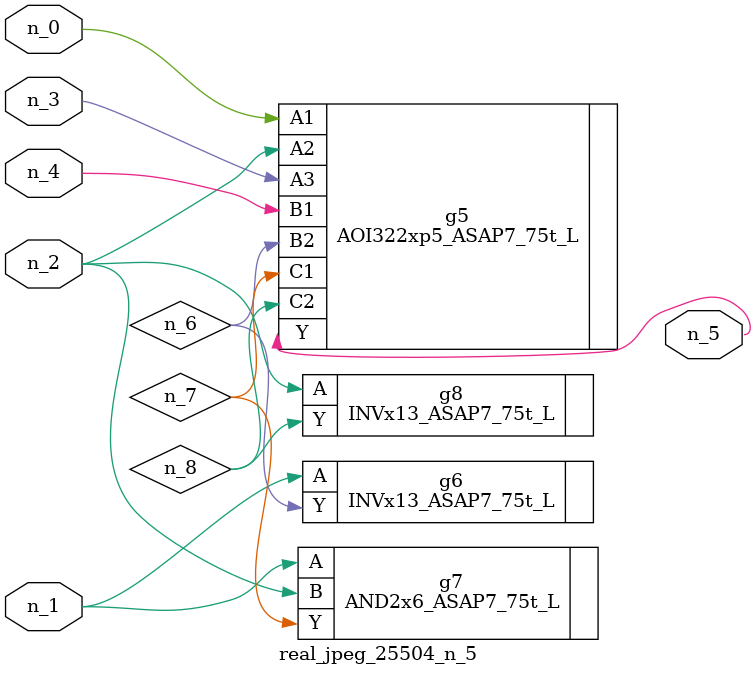
<source format=v>
module real_jpeg_25504_n_5 (n_4, n_0, n_1, n_2, n_3, n_5);

input n_4;
input n_0;
input n_1;
input n_2;
input n_3;

output n_5;

wire n_8;
wire n_6;
wire n_7;

AOI322xp5_ASAP7_75t_L g5 ( 
.A1(n_0),
.A2(n_2),
.A3(n_3),
.B1(n_4),
.B2(n_6),
.C1(n_7),
.C2(n_8),
.Y(n_5)
);

INVx13_ASAP7_75t_L g6 ( 
.A(n_1),
.Y(n_6)
);

AND2x6_ASAP7_75t_L g7 ( 
.A(n_1),
.B(n_2),
.Y(n_7)
);

INVx13_ASAP7_75t_L g8 ( 
.A(n_2),
.Y(n_8)
);


endmodule
</source>
